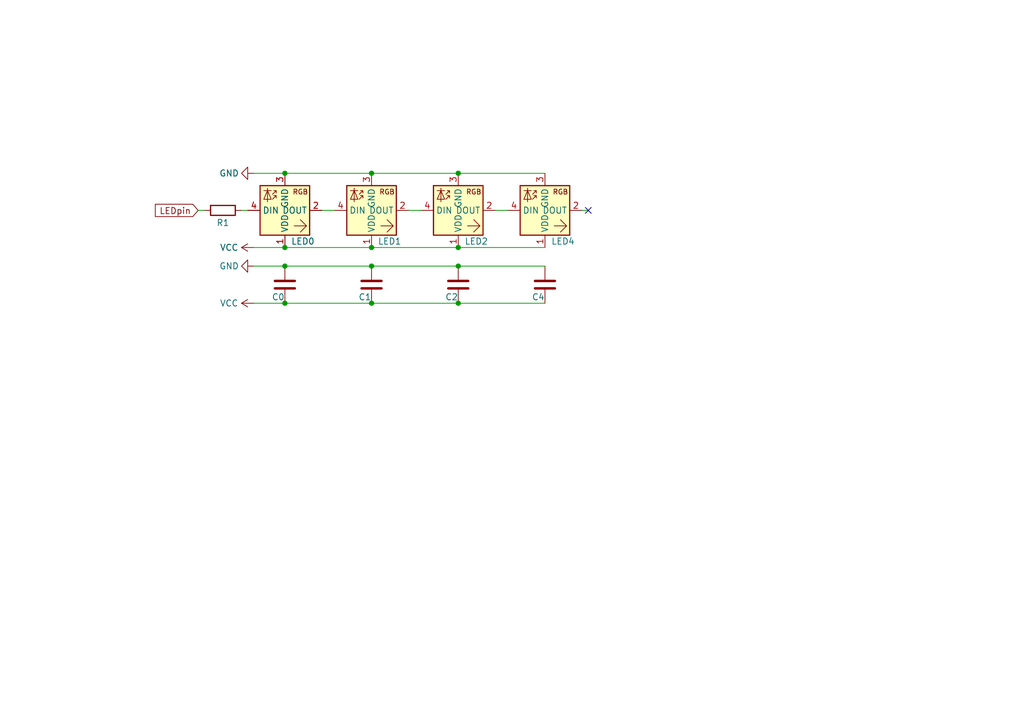
<source format=kicad_sch>
(kicad_sch (version 20211123) (generator eeschema)
  (paper "A5")
  (lib_symbols
    (symbol "Custom_Parts:DY-S352818{slash}6812-2T"
      (property "Reference" "LED" (at 1.778 6.35 0))
      (property "Value" "DY-S352818{slash}6812-2T" (at 5.08 3.81 0))
      (symbol "DY-S352818{slash}6812-2T_0_0"
        (polyline (pts (xy -4.318 -4.064) (xy -2.794 -4.064)))
        (polyline (pts (xy -3.556 -1.778) (xy -3.556 -4.572)))
        (polyline (pts (xy -4.318 -2.286) (xy -2.794 -2.286) (xy -3.556 -4.064) (xy -4.318 -2.286)))
        (polyline (pts (xy -2.54 -3.302) (xy -1.778 -4.064) (xy -2.286 -4.064) (xy -1.778 -4.064) (xy -1.778 -3.556)))
        (polyline (pts (xy -2.54 -2.286) (xy -1.778 -3.048) (xy -2.286 -3.048) (xy -1.778 -3.048) (xy -1.778 -2.54)))
        (polyline (pts (xy 1.905 3.175) (xy 4.445 3.175) (xy 3.175 1.905) (xy 4.445 3.175) (xy 3.175 4.445)))
        (text "RGB" (at 3.175 -3.81 0) (effects (font (size 1.016 1.016))))
      )
      (symbol "DY-S352818{slash}6812-2T_0_1"
        (rectangle (start 5.08 5.08) (end -5.08 -5.08) (stroke (width 0.254)) (fill (type background)))
        (pin power_in line (at 0 7.62 270) (length 2.54) (name "VDD") (number "1"))
        (pin output line (at 7.62 0 180) (length 2.54) (name "DOUT") (number "2"))
        (pin power_in line (at 0 -7.62 90) (length 2.54) (name "GND") (number "3"))
        (pin input line (at -7.62 0 0) (length 2.54) (name "DIN") (number "4"))
      )
    )
    (symbol "DY-S352818{slash}6812-2T_1"
      (property "Reference" "LED" (at 1.778 6.35 0))
      (property "Value" "DY-S352818{slash}6812-2T_1" (at 5.08 3.81 0))
      (symbol "DY-S352818{slash}6812-2T_1_0_0"
        (polyline (pts (xy -4.318 -4.064) (xy -2.794 -4.064)))
        (polyline (pts (xy -3.556 -1.778) (xy -3.556 -4.572)))
        (polyline (pts (xy -4.318 -2.286) (xy -2.794 -2.286) (xy -3.556 -4.064) (xy -4.318 -2.286)))
        (polyline (pts (xy -2.54 -3.302) (xy -1.778 -4.064) (xy -2.286 -4.064) (xy -1.778 -4.064) (xy -1.778 -3.556)))
        (polyline (pts (xy -2.54 -2.286) (xy -1.778 -3.048) (xy -2.286 -3.048) (xy -1.778 -3.048) (xy -1.778 -2.54)))
        (polyline (pts (xy 1.905 3.175) (xy 4.445 3.175) (xy 3.175 1.905) (xy 4.445 3.175) (xy 3.175 4.445)))
        (text "RGB" (at 3.175 -3.81 0) (effects (font (size 1.016 1.016))))
      )
      (symbol "DY-S352818{slash}6812-2T_1_0_1"
        (rectangle (start 5.08 5.08) (end -5.08 -5.08) (stroke (width 0.254)) (fill (type background)))
        (pin power_in line (at 0 7.62 270) (length 2.54) (name "VDD") (number "1"))
        (pin output line (at 7.62 0 180) (length 2.54) (name "DOUT") (number "2"))
        (pin power_in line (at 0 -7.62 90) (length 2.54) (name "GND") (number "3"))
        (pin input line (at -7.62 0 0) (length 2.54) (name "DIN") (number "4"))
      )
    )
    (symbol "Device:C" (pin_numbers hide) (pin_names (offset 0.254))
      (property "Reference" "C" (at 0.635 2.54 0))
      (property "Value" "C" (at 0.635 -2.54 0))
      (symbol "C_0_1"
        (polyline (pts (xy -2.032 -0.762) (xy 2.032 -0.762)) (stroke (width 0.508)))
        (polyline (pts (xy -2.032 0.762) (xy 2.032 0.762)) (stroke (width 0.508)))
      )
      (symbol "C_1_1"
        (pin passive line (at 0 3.81 270) (length 2.794) (name "~") (number "1"))
        (pin passive line (at 0 -3.81 90) (length 2.794) (name "~") (number "2"))
      )
    )
    (symbol "Device:R" (pin_numbers hide) (pin_names (offset 0))
      (property "Reference" "R" (at 2.032 0 90))
      (property "Value" "R" (at 0 0 90))
      (symbol "R_0_1"
        (rectangle (start -1.016 -2.54) (end 1.016 2.54) (stroke (width 0.254)))
      )
      (symbol "R_1_1"
        (pin passive line (at 0 3.81 270) (length 1.27) (name "~") (number "1"))
        (pin passive line (at 0 -3.81 90) (length 1.27) (name "~") (number "2"))
      )
    )
    (symbol "power:GND" (power) (pin_names (offset 0))
      (property "Value" "GND" (at 0 -3.81 0))
      (symbol "GND_0_1"
        (polyline (pts (xy 0 0) (xy 0 -1.27) (xy 1.27 -1.27) (xy 0 -2.54) (xy -1.27 -1.27) (xy 0 -1.27)))
      )
      (symbol "GND_1_1"
        (pin power_in line (at 0 0 270) (length 0) hide (name "GND") (number "1"))
      )
    )
    (symbol "power:VCC" (power) (pin_names (offset 0))
      (property "Value" "VCC" (at 0 3.81 0))
      (symbol "VCC_0_1"
        (polyline (pts (xy -0.762 1.27) (xy 0 2.54)))
        (polyline (pts (xy 0 0) (xy 0 2.54)))
        (polyline (pts (xy 0 2.54) (xy 0.762 1.27)))
      )
      (symbol "VCC_1_1"
        (pin power_in line (at 0 0 90) (length 0) hide (name "VCC") (number "1"))
      )
    )
  )
  (junction (at 76.2 35.56))
  (junction (at 93.98 62.23))
  (junction (at 93.98 54.61))
  (junction (at 58.42 54.61))
  (junction (at 93.98 50.8))
  (junction (at 76.2 54.61))
  (junction (at 58.42 62.23))
  (junction (at 58.42 35.56))
  (junction (at 76.2 50.8))
  (junction (at 93.98 35.56))
  (junction (at 58.42 50.8))
  (junction (at 76.2 62.23))
  (no_connect (at 120.65 43.18))
  (wire (pts (xy 93.98 62.23) (xy 76.2 62.23)))
  (wire (pts (xy 111.76 62.23) (xy 93.98 62.23)))
  (wire (pts (xy 76.2 35.56) (xy 93.98 35.56)))
  (wire (pts (xy 101.6 43.18) (xy 104.14 43.18)))
  (wire (pts (xy 76.2 62.23) (xy 58.42 62.23)))
  (wire (pts (xy 58.42 54.61) (xy 52.07 54.61)))
  (wire (pts (xy 93.98 35.56) (xy 111.76 35.56)))
  (wire (pts (xy 52.07 35.56) (xy 58.42 35.56)))
  (wire (pts (xy 58.42 50.8) (xy 76.2 50.8)))
  (wire (pts (xy 76.2 54.61) (xy 58.42 54.61)))
  (wire (pts (xy 58.42 62.23) (xy 52.07 62.23)))
  (wire (pts (xy 76.2 50.8) (xy 93.98 50.8)))
  (wire (pts (xy 83.82 43.18) (xy 86.36 43.18)))
  (wire (pts (xy 66.04 43.18) (xy 68.58 43.18)))
  (wire (pts (xy 49.53 43.18) (xy 50.8 43.18)))
  (wire (pts (xy 111.76 54.61) (xy 93.98 54.61)))
  (wire (pts (xy 120.65 43.18) (xy 119.38 43.18)))
  (wire (pts (xy 40.64 43.18) (xy 41.91 43.18)))
  (wire (pts (xy 93.98 54.61) (xy 76.2 54.61)))
  (wire (pts (xy 52.07 50.8) (xy 58.42 50.8)))
  (wire (pts (xy 58.42 35.56) (xy 76.2 35.56)))
  (wire (pts (xy 93.98 50.8) (xy 111.76 50.8)))
  (global_label "LEDpin" (shape input) (at 40.64 43.18 180) (property "Intersheet References" "${INTERSHEET_REFS}" (effects hide)))
  (symbol (lib_id "power:VCC") (at 52.07 50.8 90) (mirror x) (unit 1)
    (property "Reference" "#PWR?" (effects hide))
    (property "Value" "VCC" (at 46.99 50.8 90))
  )
  (symbol (lib_id "power:VCC") (at 52.07 62.23 90) (unit 1)
    (property "Reference" "#PWR?" (effects hide))
    (property "Value" "VCC" (at 46.99 62.23 90))
  )
  (symbol (lib_id "Custom_Parts:DY-S352818{slash}6812-2T") (at 76.2 43.18 0) (mirror x) (unit 1)
    (property "Reference" "LED1" (at 77.47 49.53 0) (effects (justify left)))
    (property "Value" "SK6812" (effects hide))
    (property "Footprint" "Custom_Parts:DY-S352818-6812-2T" (effects hide))
    (property "Datasheet" "https://www.lcsc.com/product-detail/C524051.html" (effects hide))
    (property "Part#" "C524051" (effects hide))
    (property "Supplier" "LCSC" (effects hide))
  )
  (symbol (lib_id "Custom_Parts:DY-S352818{slash}6812-2T") (at 111.76 43.18 0) (mirror x) (unit 1)
    (property "Reference" "LED4" (at 113.03 49.53 0) (effects (justify left)))
    (property "Value" "SK6812" (effects hide))
    (property "Footprint" "Custom_Parts:DY-S352818-6812-2T" (effects hide))
    (property "Datasheet" "https://www.lcsc.com/product-detail/C524051.html" (effects hide))
    (property "Part#" "C524051" (effects hide))
    (property "Supplier" "LCSC" (effects hide))
  )
  (symbol (lib_id "Device:C") (at 93.98 58.42 180) (unit 1)
    (property "Reference" "C2" (at 93.98 60.96 0) (effects (justify left)))
    (property "Value" "100nF" (effects hide))
    (property "Footprint" "Capacitor_SMD:C_0603_1608Metric_Pad1.08x0.95mm_HandSolder" (effects hide))
    (property "Datasheet" "https://www.lcsc.com/product-detail/C694249.html" (effects hide))
    (property "Part#" "C694249" (effects hide))
    (property "Supplier" "LCSC" (effects hide))
  )
  (symbol (lib_id "Device:C") (at 58.42 58.42 180) (unit 1)
    (property "Reference" "C0" (at 58.42 60.96 0) (effects (justify left)))
    (property "Value" "100nF" (effects hide))
    (property "Footprint" "Capacitor_SMD:C_0603_1608Metric_Pad1.08x0.95mm_HandSolder" (effects hide))
    (property "Datasheet" "https://www.lcsc.com/product-detail/C694249.html" (effects hide))
    (property "Part#" "C694249" (effects hide))
    (property "Supplier" "LCSC" (effects hide))
  )
  (symbol (lib_id "Device:R") (at 45.72 43.18 270) (mirror x) (unit 1)
    (property "Reference" "R1" (at 45.72 45.72 90))
    (property "Value" "470" (effects hide))
    (property "Footprint" "Resistor_SMD:R_0603_1608Metric_Pad0.98x0.95mm_HandSolder" (effects hide))
    (property "Datasheet" "https://www.lcsc.com/product-detail/C23179.html" (effects hide))
    (property "Part#" "C23179" (effects hide))
    (property "Supplier" "LCSC" (effects hide))
  )
  (symbol (lib_id "power:GND") (at 52.07 35.56 270) (mirror x) (unit 1)
    (property "Reference" "#PWR?" (effects hide))
    (property "Value" "GND" (at 46.99 35.56 90))
  )
  (symbol (lib_id "Custom_Parts:DY-S352818{slash}6812-2T") (at 93.98 43.18 0) (mirror x) (unit 1)
    (property "Reference" "LED2" (at 95.25 49.53 0) (effects (justify left)))
    (property "Value" "SK6812" (effects hide))
    (property "Footprint" "Custom_Parts:DY-S352818-6812-2T" (effects hide))
    (property "Datasheet" "https://www.lcsc.com/product-detail/C524051.html" (effects hide))
    (property "Part#" "C524051" (effects hide))
    (property "Supplier" "LCSC" (effects hide))
  )
  (symbol (lib_id "power:GND") (at 52.07 54.61 270) (unit 1)
    (property "Reference" "#PWR?" (effects hide))
    (property "Value" "GND" (at 46.99 54.61 90))
  )
  (symbol (lib_id "Device:C") (at 111.76 58.42 180) (unit 1)
    (property "Reference" "C4" (at 111.76 60.96 0) (effects (justify left)))
    (property "Value" "100nF" (effects hide))
    (property "Footprint" "Capacitor_SMD:C_0603_1608Metric_Pad1.08x0.95mm_HandSolder" (effects hide))
    (property "Datasheet" "https://www.lcsc.com/product-detail/C694249.html" (effects hide))
    (property "Part#" "C694249" (effects hide))
    (property "Supplier" "LCSC" (effects hide))
  )
  (symbol (lib_name "DY-S352818{slash}6812-2T_1") (lib_id "Custom_Parts:DY-S352818{slash}6812-2T") (at 58.42 43.18 0) (mirror x) (unit 1)
    (property "Reference" "LED0" (at 59.69 49.53 0) (effects (justify left)))
    (property "Value" "SK6812" (effects hide))
    (property "Footprint" "Custom_Parts:DY-S352818-6812-2T" (effects hide))
    (property "Datasheet" "https://www.lcsc.com/product-detail/C524051.html" (effects hide))
    (property "Part#" "C524051" (effects hide))
    (property "Supplier" "LCSC" (effects hide))
  )
  (symbol (lib_id "Device:C") (at 76.2 58.42 180) (unit 1)
    (property "Reference" "C1" (at 76.2 60.96 0) (effects (justify left)))
    (property "Value" "100nF" (effects hide))
    (property "Footprint" "Capacitor_SMD:C_0603_1608Metric_Pad1.08x0.95mm_HandSolder" (effects hide))
    (property "Datasheet" "https://www.lcsc.com/product-detail/C694249.html" (effects hide))
    (property "Part#" "C694249" (effects hide))
    (property "Supplier" "LCSC" (effects hide))
  )
)
</source>
